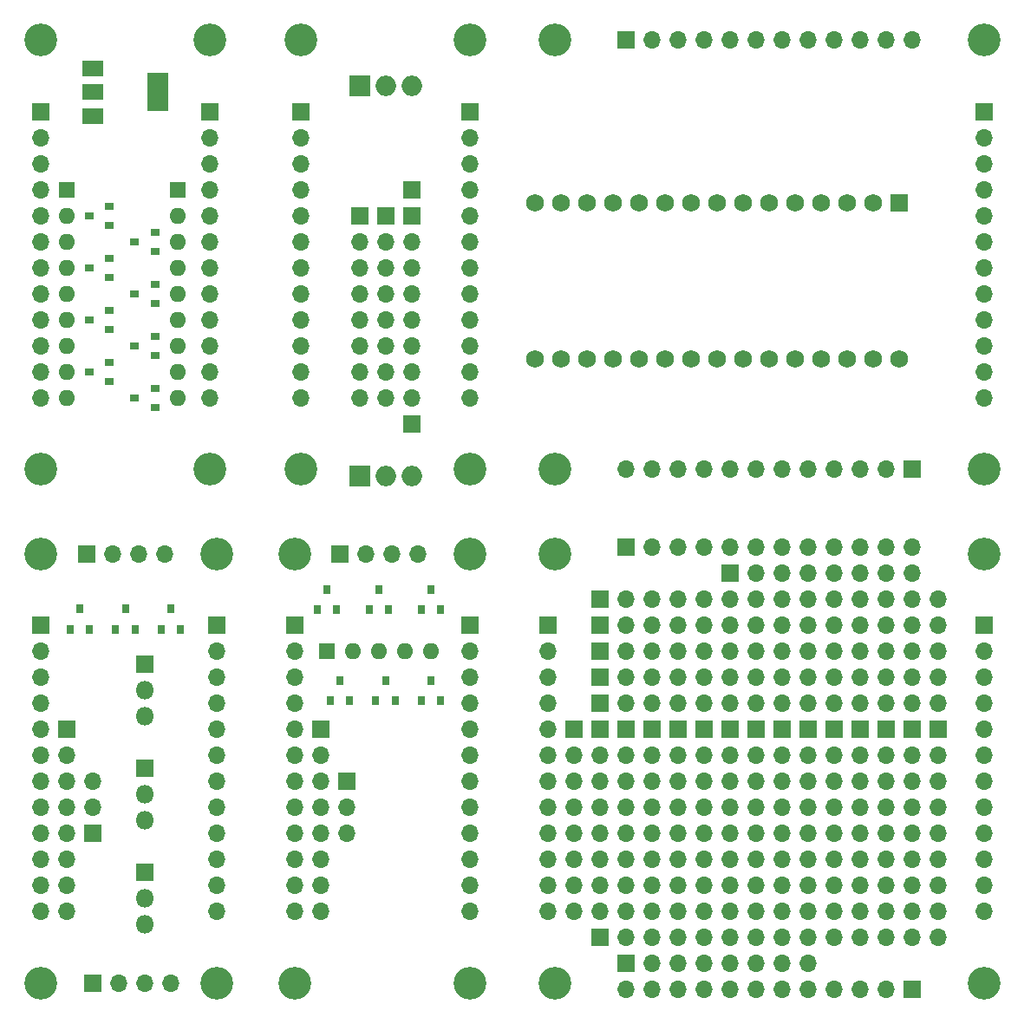
<source format=gbr>
G04 #@! TF.FileFunction,Soldermask,Top*
%FSLAX46Y46*%
G04 Gerber Fmt 4.6, Leading zero omitted, Abs format (unit mm)*
G04 Created by KiCad (PCBNEW 4.0.7+dfsg1-1~bpo9+1) date Tue May  1 16:34:38 2018*
%MOMM*%
%LPD*%
G01*
G04 APERTURE LIST*
%ADD10C,0.100000*%
%ADD11R,1.700000X1.700000*%
%ADD12O,1.700000X1.700000*%
%ADD13C,3.200000*%
%ADD14C,1.727200*%
%ADD15R,1.727200X1.727200*%
%ADD16R,2.000000X3.800000*%
%ADD17R,2.000000X1.500000*%
%ADD18R,1.600000X1.600000*%
%ADD19O,1.600000X1.600000*%
%ADD20R,0.900000X0.800000*%
%ADD21O,1.998980X1.998980*%
%ADD22R,1.998980X1.998980*%
%ADD23R,0.800000X0.900000*%
%ADD24R,1.800000X1.800000*%
%ADD25O,1.800000X1.800000*%
G04 APERTURE END LIST*
D10*
D11*
X114935000Y-34290000D03*
D12*
X117475000Y-34290000D03*
X120015000Y-34290000D03*
X122555000Y-34290000D03*
X125095000Y-34290000D03*
X127635000Y-34290000D03*
X130175000Y-34290000D03*
X132715000Y-34290000D03*
X135255000Y-34290000D03*
X137795000Y-34290000D03*
X140335000Y-34290000D03*
X142875000Y-34290000D03*
D11*
X149860000Y-41275000D03*
D12*
X149860000Y-43815000D03*
X149860000Y-46355000D03*
X149860000Y-48895000D03*
X149860000Y-51435000D03*
X149860000Y-53975000D03*
X149860000Y-56515000D03*
X149860000Y-59055000D03*
X149860000Y-61595000D03*
X149860000Y-64135000D03*
X149860000Y-66675000D03*
X149860000Y-69215000D03*
D11*
X142875000Y-76200000D03*
D12*
X140335000Y-76200000D03*
X137795000Y-76200000D03*
X135255000Y-76200000D03*
X132715000Y-76200000D03*
X130175000Y-76200000D03*
X127635000Y-76200000D03*
X125095000Y-76200000D03*
X122555000Y-76200000D03*
X120015000Y-76200000D03*
X117475000Y-76200000D03*
X114935000Y-76200000D03*
D13*
X149860000Y-34290000D03*
X149860000Y-76200000D03*
X107950000Y-76200000D03*
X107950000Y-34290000D03*
D14*
X141605000Y-65405000D03*
X139065000Y-65405000D03*
X136525000Y-65405000D03*
X133985000Y-65405000D03*
X131445000Y-65405000D03*
X128905000Y-65405000D03*
X126365000Y-65405000D03*
X123825000Y-65405000D03*
X121285000Y-65405000D03*
X118745000Y-65405000D03*
X116205000Y-65405000D03*
X113665000Y-65405000D03*
X111125000Y-65405000D03*
X108585000Y-65405000D03*
X106045000Y-65405000D03*
X106045000Y-50165000D03*
X108585000Y-50165000D03*
X111125000Y-50165000D03*
X113665000Y-50165000D03*
X116205000Y-50165000D03*
X118745000Y-50165000D03*
X121285000Y-50165000D03*
X123825000Y-50165000D03*
X126365000Y-50165000D03*
X128905000Y-50165000D03*
X131445000Y-50165000D03*
X133985000Y-50165000D03*
X136525000Y-50165000D03*
X139065000Y-50165000D03*
D15*
X141605000Y-50165000D03*
D13*
X83185000Y-76200000D03*
X74295000Y-76200000D03*
X57785000Y-76200000D03*
X99695000Y-76200000D03*
X83185000Y-34290000D03*
X74295000Y-34290000D03*
X57785000Y-34290000D03*
X99695000Y-34290000D03*
D11*
X57785000Y-41275000D03*
D12*
X57785000Y-43815000D03*
X57785000Y-46355000D03*
X57785000Y-48895000D03*
X57785000Y-51435000D03*
X57785000Y-53975000D03*
X57785000Y-56515000D03*
X57785000Y-59055000D03*
X57785000Y-61595000D03*
X57785000Y-64135000D03*
X57785000Y-66675000D03*
X57785000Y-69215000D03*
D11*
X74295000Y-41275000D03*
D12*
X74295000Y-43815000D03*
X74295000Y-46355000D03*
X74295000Y-48895000D03*
X74295000Y-51435000D03*
X74295000Y-53975000D03*
X74295000Y-56515000D03*
X74295000Y-59055000D03*
X74295000Y-61595000D03*
X74295000Y-64135000D03*
X74295000Y-66675000D03*
X74295000Y-69215000D03*
D16*
X69190000Y-39370000D03*
D17*
X62890000Y-39370000D03*
X62890000Y-41670000D03*
X62890000Y-37070000D03*
D18*
X71120000Y-48895000D03*
D19*
X71120000Y-51435000D03*
X71120000Y-53975000D03*
X71120000Y-56515000D03*
X71120000Y-59055000D03*
X71120000Y-61595000D03*
X71120000Y-64135000D03*
X71120000Y-66675000D03*
X71120000Y-69215000D03*
D20*
X64500000Y-52385000D03*
X64500000Y-50485000D03*
X62500000Y-51435000D03*
X68945000Y-54925000D03*
X68945000Y-53025000D03*
X66945000Y-53975000D03*
X64500000Y-57465000D03*
X64500000Y-55565000D03*
X62500000Y-56515000D03*
X68945000Y-60005000D03*
X68945000Y-58105000D03*
X66945000Y-59055000D03*
X64500000Y-62545000D03*
X64500000Y-60645000D03*
X62500000Y-61595000D03*
X68945000Y-65085000D03*
X68945000Y-63185000D03*
X66945000Y-64135000D03*
X64500000Y-67625000D03*
X64500000Y-65725000D03*
X62500000Y-66675000D03*
X68945000Y-70165000D03*
X68945000Y-68265000D03*
X66945000Y-69215000D03*
D11*
X93980000Y-51435000D03*
D12*
X93980000Y-53975000D03*
X93980000Y-56515000D03*
X93980000Y-59055000D03*
X93980000Y-61595000D03*
X93980000Y-64135000D03*
X93980000Y-66675000D03*
X93980000Y-69215000D03*
D11*
X88900000Y-51435000D03*
D12*
X88900000Y-53975000D03*
X88900000Y-56515000D03*
X88900000Y-59055000D03*
X88900000Y-61595000D03*
X88900000Y-64135000D03*
X88900000Y-66675000D03*
X88900000Y-69215000D03*
D11*
X91440000Y-51435000D03*
D12*
X91440000Y-53975000D03*
X91440000Y-56515000D03*
X91440000Y-59055000D03*
X91440000Y-61595000D03*
X91440000Y-64135000D03*
X91440000Y-66675000D03*
X91440000Y-69215000D03*
D11*
X83185000Y-41275000D03*
D12*
X83185000Y-43815000D03*
X83185000Y-46355000D03*
X83185000Y-48895000D03*
X83185000Y-51435000D03*
X83185000Y-53975000D03*
X83185000Y-56515000D03*
X83185000Y-59055000D03*
X83185000Y-61595000D03*
X83185000Y-64135000D03*
X83185000Y-66675000D03*
X83185000Y-69215000D03*
D11*
X99695000Y-41275000D03*
D12*
X99695000Y-43815000D03*
X99695000Y-46355000D03*
X99695000Y-48895000D03*
X99695000Y-51435000D03*
X99695000Y-53975000D03*
X99695000Y-56515000D03*
X99695000Y-59055000D03*
X99695000Y-61595000D03*
X99695000Y-64135000D03*
X99695000Y-66675000D03*
X99695000Y-69215000D03*
D18*
X60325000Y-48895000D03*
D19*
X60325000Y-51435000D03*
X60325000Y-53975000D03*
X60325000Y-56515000D03*
X60325000Y-59055000D03*
X60325000Y-61595000D03*
X60325000Y-64135000D03*
X60325000Y-66675000D03*
X60325000Y-69215000D03*
D21*
X93980000Y-76835000D03*
D22*
X88900000Y-76835000D03*
D21*
X91440000Y-76835000D03*
D11*
X93980000Y-71755000D03*
X93980000Y-48895000D03*
D21*
X93980000Y-38735000D03*
D22*
X88900000Y-38735000D03*
D21*
X91440000Y-38735000D03*
D11*
X149860000Y-91440000D03*
D12*
X149860000Y-93980000D03*
X149860000Y-96520000D03*
X149860000Y-99060000D03*
X149860000Y-101600000D03*
X149860000Y-104140000D03*
X149860000Y-106680000D03*
X149860000Y-109220000D03*
X149860000Y-111760000D03*
X149860000Y-114300000D03*
X149860000Y-116840000D03*
X149860000Y-119380000D03*
D11*
X109855000Y-101600000D03*
D12*
X109855000Y-104140000D03*
X109855000Y-106680000D03*
X109855000Y-109220000D03*
X109855000Y-111760000D03*
X109855000Y-114300000D03*
X109855000Y-116840000D03*
X109855000Y-119380000D03*
D11*
X112395000Y-101600000D03*
D12*
X112395000Y-104140000D03*
X112395000Y-106680000D03*
X112395000Y-109220000D03*
X112395000Y-111760000D03*
X112395000Y-114300000D03*
X112395000Y-116840000D03*
X112395000Y-119380000D03*
D11*
X112395000Y-96520000D03*
D12*
X114935000Y-96520000D03*
X117475000Y-96520000D03*
X120015000Y-96520000D03*
X122555000Y-96520000D03*
X125095000Y-96520000D03*
X127635000Y-96520000D03*
X130175000Y-96520000D03*
X132715000Y-96520000D03*
X135255000Y-96520000D03*
X137795000Y-96520000D03*
X140335000Y-96520000D03*
X142875000Y-96520000D03*
X145415000Y-96520000D03*
D11*
X112395000Y-99060000D03*
D12*
X114935000Y-99060000D03*
X117475000Y-99060000D03*
X120015000Y-99060000D03*
X122555000Y-99060000D03*
X125095000Y-99060000D03*
X127635000Y-99060000D03*
X130175000Y-99060000D03*
X132715000Y-99060000D03*
X135255000Y-99060000D03*
X137795000Y-99060000D03*
X140335000Y-99060000D03*
X142875000Y-99060000D03*
X145415000Y-99060000D03*
D11*
X112395000Y-88900000D03*
D12*
X114935000Y-88900000D03*
X117475000Y-88900000D03*
X120015000Y-88900000D03*
X122555000Y-88900000D03*
X125095000Y-88900000D03*
X127635000Y-88900000D03*
X130175000Y-88900000D03*
X132715000Y-88900000D03*
X135255000Y-88900000D03*
X137795000Y-88900000D03*
X140335000Y-88900000D03*
X142875000Y-88900000D03*
X145415000Y-88900000D03*
D13*
X107950000Y-84455000D03*
X149860000Y-84455000D03*
X149860000Y-126365000D03*
X107950000Y-126365000D03*
D11*
X107315000Y-91440000D03*
D12*
X107315000Y-93980000D03*
X107315000Y-96520000D03*
X107315000Y-99060000D03*
X107315000Y-101600000D03*
X107315000Y-104140000D03*
X107315000Y-106680000D03*
X107315000Y-109220000D03*
X107315000Y-111760000D03*
X107315000Y-114300000D03*
X107315000Y-116840000D03*
X107315000Y-119380000D03*
D11*
X114935000Y-83820000D03*
D12*
X117475000Y-83820000D03*
X120015000Y-83820000D03*
X122555000Y-83820000D03*
X125095000Y-83820000D03*
X127635000Y-83820000D03*
X130175000Y-83820000D03*
X132715000Y-83820000D03*
X135255000Y-83820000D03*
X137795000Y-83820000D03*
X140335000Y-83820000D03*
X142875000Y-83820000D03*
D11*
X142875000Y-127000000D03*
D12*
X140335000Y-127000000D03*
X137795000Y-127000000D03*
X135255000Y-127000000D03*
X132715000Y-127000000D03*
X130175000Y-127000000D03*
X127635000Y-127000000D03*
X125095000Y-127000000D03*
X122555000Y-127000000D03*
X120015000Y-127000000D03*
X117475000Y-127000000D03*
X114935000Y-127000000D03*
D11*
X142875000Y-101600000D03*
D12*
X142875000Y-104140000D03*
X142875000Y-106680000D03*
X142875000Y-109220000D03*
X142875000Y-111760000D03*
X142875000Y-114300000D03*
X142875000Y-116840000D03*
X142875000Y-119380000D03*
D11*
X127635000Y-101600000D03*
D12*
X127635000Y-104140000D03*
X127635000Y-106680000D03*
X127635000Y-109220000D03*
X127635000Y-111760000D03*
X127635000Y-114300000D03*
X127635000Y-116840000D03*
X127635000Y-119380000D03*
D11*
X125095000Y-101600000D03*
D12*
X125095000Y-104140000D03*
X125095000Y-106680000D03*
X125095000Y-109220000D03*
X125095000Y-111760000D03*
X125095000Y-114300000D03*
X125095000Y-116840000D03*
X125095000Y-119380000D03*
D11*
X135255000Y-101600000D03*
D12*
X135255000Y-104140000D03*
X135255000Y-106680000D03*
X135255000Y-109220000D03*
X135255000Y-111760000D03*
X135255000Y-114300000D03*
X135255000Y-116840000D03*
X135255000Y-119380000D03*
D11*
X132715000Y-101600000D03*
D12*
X132715000Y-104140000D03*
X132715000Y-106680000D03*
X132715000Y-109220000D03*
X132715000Y-111760000D03*
X132715000Y-114300000D03*
X132715000Y-116840000D03*
X132715000Y-119380000D03*
D11*
X117475000Y-101600000D03*
D12*
X117475000Y-104140000D03*
X117475000Y-106680000D03*
X117475000Y-109220000D03*
X117475000Y-111760000D03*
X117475000Y-114300000D03*
X117475000Y-116840000D03*
X117475000Y-119380000D03*
D11*
X122555000Y-101600000D03*
D12*
X122555000Y-104140000D03*
X122555000Y-106680000D03*
X122555000Y-109220000D03*
X122555000Y-111760000D03*
X122555000Y-114300000D03*
X122555000Y-116840000D03*
X122555000Y-119380000D03*
D11*
X145415000Y-101600000D03*
D12*
X145415000Y-104140000D03*
X145415000Y-106680000D03*
X145415000Y-109220000D03*
X145415000Y-111760000D03*
X145415000Y-114300000D03*
X145415000Y-116840000D03*
X145415000Y-119380000D03*
D11*
X130175000Y-101600000D03*
D12*
X130175000Y-104140000D03*
X130175000Y-106680000D03*
X130175000Y-109220000D03*
X130175000Y-111760000D03*
X130175000Y-114300000D03*
X130175000Y-116840000D03*
X130175000Y-119380000D03*
D11*
X120015000Y-101600000D03*
D12*
X120015000Y-104140000D03*
X120015000Y-106680000D03*
X120015000Y-109220000D03*
X120015000Y-111760000D03*
X120015000Y-114300000D03*
X120015000Y-116840000D03*
X120015000Y-119380000D03*
D11*
X112395000Y-93980000D03*
D12*
X114935000Y-93980000D03*
X117475000Y-93980000D03*
X120015000Y-93980000D03*
X122555000Y-93980000D03*
X125095000Y-93980000D03*
X127635000Y-93980000D03*
X130175000Y-93980000D03*
X132715000Y-93980000D03*
X135255000Y-93980000D03*
X137795000Y-93980000D03*
X140335000Y-93980000D03*
X142875000Y-93980000D03*
X145415000Y-93980000D03*
D11*
X112395000Y-91440000D03*
D12*
X114935000Y-91440000D03*
X117475000Y-91440000D03*
X120015000Y-91440000D03*
X122555000Y-91440000D03*
X125095000Y-91440000D03*
X127635000Y-91440000D03*
X130175000Y-91440000D03*
X132715000Y-91440000D03*
X135255000Y-91440000D03*
X137795000Y-91440000D03*
X140335000Y-91440000D03*
X142875000Y-91440000D03*
X145415000Y-91440000D03*
D11*
X137795000Y-101600000D03*
D12*
X137795000Y-104140000D03*
X137795000Y-106680000D03*
X137795000Y-109220000D03*
X137795000Y-111760000D03*
X137795000Y-114300000D03*
X137795000Y-116840000D03*
X137795000Y-119380000D03*
D11*
X140335000Y-101600000D03*
D12*
X140335000Y-104140000D03*
X140335000Y-106680000D03*
X140335000Y-109220000D03*
X140335000Y-111760000D03*
X140335000Y-114300000D03*
X140335000Y-116840000D03*
X140335000Y-119380000D03*
D11*
X114935000Y-101600000D03*
D12*
X114935000Y-104140000D03*
X114935000Y-106680000D03*
X114935000Y-109220000D03*
X114935000Y-111760000D03*
X114935000Y-114300000D03*
X114935000Y-116840000D03*
X114935000Y-119380000D03*
D11*
X114935000Y-124460000D03*
D12*
X117475000Y-124460000D03*
X120015000Y-124460000D03*
X122555000Y-124460000D03*
X125095000Y-124460000D03*
X127635000Y-124460000D03*
X130175000Y-124460000D03*
X132715000Y-124460000D03*
D11*
X125095000Y-86360000D03*
D12*
X127635000Y-86360000D03*
X130175000Y-86360000D03*
X132715000Y-86360000D03*
X135255000Y-86360000D03*
X137795000Y-86360000D03*
X140335000Y-86360000D03*
X142875000Y-86360000D03*
D11*
X112395000Y-121920000D03*
D12*
X114935000Y-121920000D03*
X117475000Y-121920000D03*
X120015000Y-121920000D03*
X122555000Y-121920000D03*
X125095000Y-121920000D03*
X127635000Y-121920000D03*
X130175000Y-121920000D03*
X132715000Y-121920000D03*
X135255000Y-121920000D03*
X137795000Y-121920000D03*
X140335000Y-121920000D03*
X142875000Y-121920000D03*
X145415000Y-121920000D03*
D23*
X84775000Y-89900000D03*
X86675000Y-89900000D03*
X85725000Y-87900000D03*
D11*
X62865000Y-111760000D03*
D12*
X62865000Y-109220000D03*
X62865000Y-106680000D03*
D13*
X57785000Y-126365000D03*
X74930000Y-126365000D03*
X57785000Y-84455000D03*
X99695000Y-84455000D03*
X99695000Y-126365000D03*
X74930000Y-84455000D03*
X82550000Y-84455000D03*
X82550000Y-126365000D03*
D11*
X57785000Y-91440000D03*
D12*
X57785000Y-93980000D03*
X57785000Y-96520000D03*
X57785000Y-99060000D03*
X57785000Y-101600000D03*
X57785000Y-104140000D03*
X57785000Y-106680000D03*
X57785000Y-109220000D03*
X57785000Y-111760000D03*
X57785000Y-114300000D03*
X57785000Y-116840000D03*
X57785000Y-119380000D03*
D11*
X82550000Y-91440000D03*
D12*
X82550000Y-93980000D03*
X82550000Y-96520000D03*
X82550000Y-99060000D03*
X82550000Y-101600000D03*
X82550000Y-104140000D03*
X82550000Y-106680000D03*
X82550000Y-109220000D03*
X82550000Y-111760000D03*
X82550000Y-114300000D03*
X82550000Y-116840000D03*
X82550000Y-119380000D03*
D11*
X74930000Y-91440000D03*
D12*
X74930000Y-93980000D03*
X74930000Y-96520000D03*
X74930000Y-99060000D03*
X74930000Y-101600000D03*
X74930000Y-104140000D03*
X74930000Y-106680000D03*
X74930000Y-109220000D03*
X74930000Y-111760000D03*
X74930000Y-114300000D03*
X74930000Y-116840000D03*
X74930000Y-119380000D03*
D11*
X99695000Y-91440000D03*
D12*
X99695000Y-93980000D03*
X99695000Y-96520000D03*
X99695000Y-99060000D03*
X99695000Y-101600000D03*
X99695000Y-104140000D03*
X99695000Y-106680000D03*
X99695000Y-109220000D03*
X99695000Y-111760000D03*
X99695000Y-114300000D03*
X99695000Y-116840000D03*
X99695000Y-119380000D03*
D11*
X62230000Y-84455000D03*
D12*
X64770000Y-84455000D03*
X67310000Y-84455000D03*
X69850000Y-84455000D03*
D11*
X60325000Y-101600000D03*
D12*
X60325000Y-104140000D03*
X60325000Y-106680000D03*
X60325000Y-109220000D03*
X60325000Y-111760000D03*
X60325000Y-114300000D03*
X60325000Y-116840000D03*
X60325000Y-119380000D03*
D23*
X69535000Y-91805000D03*
X71435000Y-91805000D03*
X70485000Y-89805000D03*
X65090000Y-91805000D03*
X66990000Y-91805000D03*
X66040000Y-89805000D03*
X60645000Y-91805000D03*
X62545000Y-91805000D03*
X61595000Y-89805000D03*
D24*
X67945000Y-95250000D03*
D25*
X67945000Y-97790000D03*
X67945000Y-100330000D03*
D24*
X67945000Y-105410000D03*
D25*
X67945000Y-107950000D03*
X67945000Y-110490000D03*
D24*
X67945000Y-115570000D03*
D25*
X67945000Y-118110000D03*
X67945000Y-120650000D03*
D11*
X62865000Y-126365000D03*
D12*
X65405000Y-126365000D03*
X67945000Y-126365000D03*
X70485000Y-126365000D03*
D11*
X85090000Y-101600000D03*
D12*
X85090000Y-104140000D03*
X85090000Y-106680000D03*
X85090000Y-109220000D03*
X85090000Y-111760000D03*
X85090000Y-114300000D03*
X85090000Y-116840000D03*
X85090000Y-119380000D03*
D11*
X87630000Y-106680000D03*
D12*
X87630000Y-109220000D03*
X87630000Y-111760000D03*
D11*
X86995000Y-84455000D03*
D12*
X89535000Y-84455000D03*
X92075000Y-84455000D03*
X94615000Y-84455000D03*
D23*
X89855000Y-89900000D03*
X91755000Y-89900000D03*
X90805000Y-87900000D03*
X94935000Y-89900000D03*
X96835000Y-89900000D03*
X95885000Y-87900000D03*
D18*
X85725000Y-93980000D03*
D19*
X88265000Y-93980000D03*
X90805000Y-93980000D03*
X93345000Y-93980000D03*
X95885000Y-93980000D03*
D23*
X86045000Y-98790000D03*
X87945000Y-98790000D03*
X86995000Y-96790000D03*
X90490000Y-98790000D03*
X92390000Y-98790000D03*
X91440000Y-96790000D03*
X94935000Y-98790000D03*
X96835000Y-98790000D03*
X95885000Y-96790000D03*
M02*

</source>
